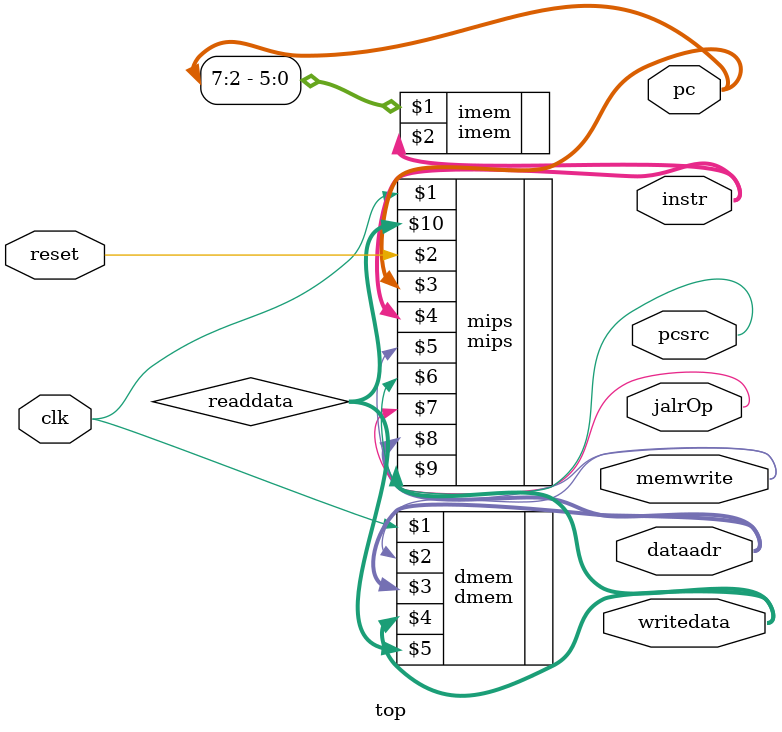
<source format=sv>

module top  (input   logic 	 clk, reset,            
	         output  logic[31:0] writedata, dataadr, pc, instr,           
	         output  logic       memwrite, pcsrc, jalrOp);  

   logic [31:0] readdata;    

   // instantiate processor and memories  
   mips mips (clk, reset, pc, instr, memwrite, pcsrc, jalrOp, dataadr, writedata, readdata);  
   imem imem (pc[7:2], instr);  
   dmem dmem (clk, memwrite, dataadr, writedata, readdata);

endmodule
</source>
